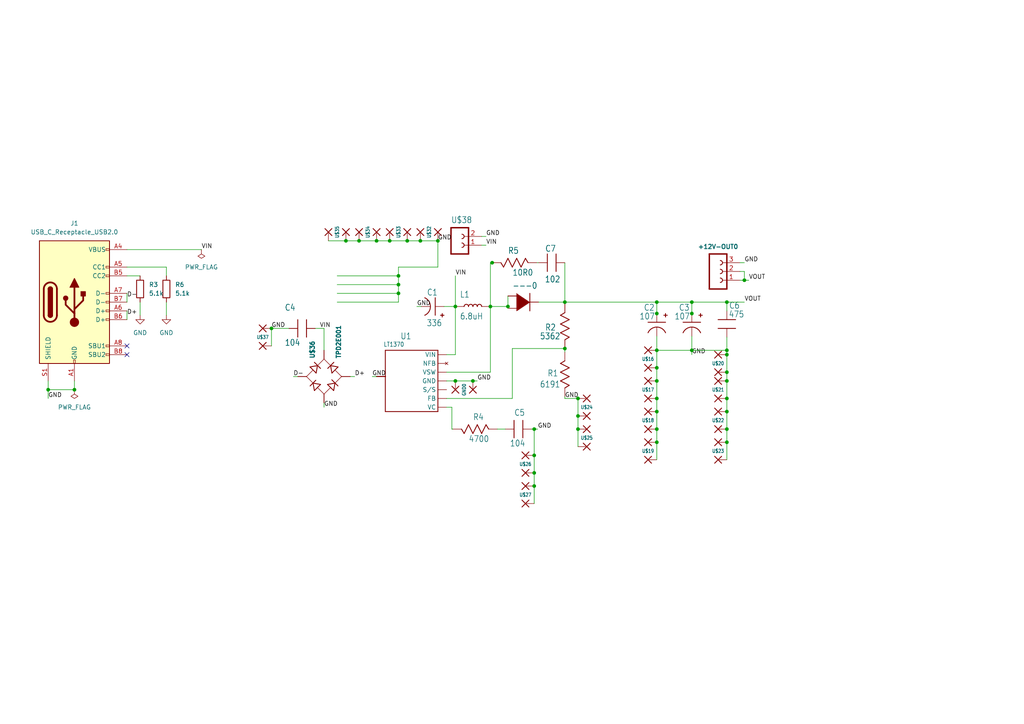
<source format=kicad_sch>
(kicad_sch (version 20211123) (generator eeschema)
  (paper "A4")
  (lib_symbols
    (symbol "AMP_Ruler-LT1370_24feb2017-eagle-import:C2917"
      (property "Value" "C2917" (at -2.54 -7.62 0))
      (symbol "C2917_1_0"
        (polyline (pts (xy -2.794 2.54) (xy -2.032 2.54)) (stroke (width 0.254)))
        (polyline (pts (xy -2.54 2.032) (xy -2.54 2.54)) (stroke (width 0.254)))
        (polyline (pts (xy -2.54 2.54) (xy -3.048 2.54)) (stroke (width 0.254)))
        (polyline (pts (xy -2.54 2.54) (xy -2.54 3.048)) (stroke (width 0.254)))
        (polyline (pts (xy -2.54 2.54) (xy -2.286 2.54)) (stroke (width 0.254)))
        (polyline (pts (xy -0.508 2.54) (xy -0.508 -2.54)) (stroke (width 0.254)))
        (arc (start 2.54 2.54) (mid 0.8893 0) (end 2.54 -2.54) (stroke (width 0.254)))
        (pin bidirectional line (at -3.048 0 0) (length 2.54) (name "P$1") (number "P$1"))
        (pin bidirectional line (at 3.556 0 180) (length 2.54) (name "P$2") (number "P$2"))
      )
    )
    (symbol "AMP_Ruler-LT1370_24feb2017-eagle-import:CAP-1206"
      (property "Reference" "C" (at -5.08 5.08 0))
      (property "Value" "CAP-1206" (at -5.08 -5.08 0))
      (symbol "CAP-1206_1_0"
        (polyline (pts (xy -1.27 2.54) (xy -1.27 -2.54)) (stroke (width 0.254)))
        (polyline (pts (xy 1.27 2.54) (xy 1.27 -2.54)) (stroke (width 0.254)))
        (pin bidirectional line (at -3.81 0 0) (length 2.54) (name "P$1") (number "P$1"))
        (pin bidirectional line (at 3.81 0 180) (length 2.54) (name "P$2") (number "P$2"))
      )
    )
    (symbol "AMP_Ruler-LT1370_24feb2017-eagle-import:DIODE-DPAK"
      (property "Reference" "D" (at -5.08 5.08 0))
      (property "Value" "DIODE-DPAK" (at -5.08 -7.62 0))
      (symbol "DIODE-DPAK_1_0"
        (polyline (pts (xy 3.81 2.54) (xy 3.81 -2.54)) (stroke (width 0.254)))
        (polyline (pts (xy 0 2.54) (xy 0 -2.54) (xy 3.81 0)) (fill (type outline)))
        (pin bidirectional line (at -2.54 1.778 0) (length 2.54) (name "P$1") (number "P$1"))
        (pin bidirectional line (at -2.54 -1.778 0) (length 2.54) (name "P$3") (number "P$3"))
        (pin bidirectional line (at 6.35 0 180) (length 2.54) (name "P$4") (number "P$4"))
      )
    )
    (symbol "AMP_Ruler-LT1370_24feb2017-eagle-import:DOUBLE_RF_VIA"
      (symbol "DOUBLE_RF_VIA_1_0"
        (polyline (pts (xy -1.016 -1.524) (xy 1 -3.54)) (stroke (width 0.254)))
        (polyline (pts (xy -1.016 1.524) (xy 1.016 3.556)) (stroke (width 0.254)))
        (polyline (pts (xy -1.016 3.556) (xy 1.016 1.524)) (stroke (width 0.254)))
        (polyline (pts (xy -1 -3.54) (xy 1.016 -1.524)) (stroke (width 0.254)))
        (pin passive line (at 2.54 -2.54 180) (length 2.54) (name "P") (number "1"))
        (pin passive line (at 2.54 2.54 180) (length 2.54) (name "P1") (number "2"))
      )
    )
    (symbol "AMP_Ruler-LT1370_24feb2017-eagle-import:FE02-TB"
      (symbol "FE02-TB_1_0"
        (polyline (pts (xy -1.27 2.54) (xy -1.27 -5.08)) (stroke (width 0.4064)))
        (polyline (pts (xy -1.27 2.54) (xy 3.81 2.54)) (stroke (width 0.4064)))
        (polyline (pts (xy 3.81 -5.08) (xy -1.27 -5.08)) (stroke (width 0.4064)))
        (polyline (pts (xy 3.81 -5.08) (xy 3.81 2.54)) (stroke (width 0.4064)))
        (arc (start 1.905 -3.175) (mid 2.54 -2.54) (end 1.905 -1.905) (stroke (width 0.254)))
        (arc (start 1.905 -0.635) (mid 2.54 0) (end 1.905 0.635) (stroke (width 0.254)))
        (pin passive line (at 7.62 -2.54 180) (length 5.08) (name "1") (number "1"))
        (pin passive line (at 7.62 0 180) (length 5.08) (name "2") (number "2"))
      )
    )
    (symbol "AMP_Ruler-LT1370_24feb2017-eagle-import:FE03-1-TB"
      (symbol "FE03-1-TB_1_0"
        (arc (start -0.635 -3.175) (mid 0 -2.54) (end -0.635 -1.905) (stroke (width 0.254)))
        (arc (start -0.635 -0.635) (mid 0 0) (end -0.635 0.635) (stroke (width 0.254)))
        (arc (start -0.635 1.905) (mid 0 2.54) (end -0.635 3.175) (stroke (width 0.254)))
        (polyline (pts (xy -3.81 5.08) (xy -3.81 -5.08)) (stroke (width 0.4064)))
        (polyline (pts (xy -3.81 5.08) (xy 1.27 5.08)) (stroke (width 0.4064)))
        (polyline (pts (xy 1.27 -5.08) (xy -3.81 -5.08)) (stroke (width 0.4064)))
        (polyline (pts (xy 1.27 -5.08) (xy 1.27 5.08)) (stroke (width 0.4064)))
        (pin passive line (at 5.08 -2.54 180) (length 5.08) (name "1") (number "1"))
        (pin passive line (at 5.08 0 180) (length 5.08) (name "2") (number "2"))
        (pin passive line (at 5.08 2.54 180) (length 5.08) (name "3") (number "3"))
      )
    )
    (symbol "AMP_Ruler-LT1370_24feb2017-eagle-import:L-SRR1240"
      (property "Reference" "L" (at -3.81 2.54 0))
      (property "Value" "L-SRR1240" (at -3.81 -3.81 0))
      (symbol "L-SRR1240_1_0"
        (arc (start -1.27 0) (mid -1.905 0.635) (end -2.54 0) (stroke (width 0.254)))
        (arc (start 0 0) (mid -0.635 0.635) (end -1.27 0) (stroke (width 0.254)))
        (arc (start 1.27 0) (mid 0.635 0.635) (end 0 0) (stroke (width 0.254)))
        (arc (start 2.54 0) (mid 1.905 0.635) (end 1.27 0) (stroke (width 0.254)))
        (pin bidirectional line (at -5.08 0 0) (length 2.54) (name "P$1") (number "1"))
        (pin bidirectional line (at 5.08 0 180) (length 2.54) (name "P$2") (number "2"))
      )
    )
    (symbol "AMP_Ruler-LT1370_24feb2017-eagle-import:LT1370"
      (property "Reference" "U" (at 0 12.7 0))
      (property "Value" "LT1370" (at -8.128 8.636 0))
      (symbol "LT1370_1_0"
        (polyline (pts (xy -7.62 -10.16) (xy 7.62 -10.16)) (stroke (width 0.254)))
        (polyline (pts (xy -7.62 7.62) (xy -7.62 -10.16)) (stroke (width 0.254)))
        (polyline (pts (xy 7.62 -10.16) (xy 7.62 7.62)) (stroke (width 0.254)))
        (polyline (pts (xy 7.62 7.62) (xy -7.62 7.62)) (stroke (width 0.254)))
        (pin bidirectional line (at 10.16 -8.89 180) (length 2.54) (name "VC") (number "P$1"))
        (pin power_in line (at -10.16 0 0) (length 2.54) (name "GNDT") (number "P$10"))
        (pin power_in line (at -10.16 0 0) (length 2.54) (name "GNDT") (number "P$11"))
        (pin power_in line (at -10.16 0 0) (length 2.54) (name "GNDT") (number "P$12"))
        (pin power_in line (at -10.16 0 0) (length 2.54) (name "GNDT") (number "P$13"))
        (pin power_in line (at -10.16 0 0) (length 2.54) (name "GNDT") (number "P$14"))
        (pin power_in line (at -10.16 0 0) (length 2.54) (name "GNDT") (number "P$15"))
        (pin power_in line (at -10.16 0 0) (length 2.54) (name "GNDT") (number "P$16"))
        (pin power_in line (at -10.16 0 0) (length 2.54) (name "GNDT") (number "P$17"))
        (pin power_in line (at -10.16 0 0) (length 2.54) (name "GNDT") (number "P$18"))
        (pin power_in line (at -10.16 0 0) (length 2.54) (name "GNDT") (number "P$19"))
        (pin bidirectional line (at 10.16 -6.35 180) (length 2.54) (name "FB") (number "P$2"))
        (pin power_in line (at -10.16 0 0) (length 2.54) (name "GNDT") (number "P$20"))
        (pin power_in line (at -10.16 0 0) (length 2.54) (name "GNDT") (number "P$21"))
        (pin power_in line (at -10.16 0 0) (length 2.54) (name "GNDT") (number "P$22"))
        (pin power_in line (at -10.16 0 0) (length 2.54) (name "GNDT") (number "P$23"))
        (pin power_in line (at -10.16 0 0) (length 2.54) (name "GNDT") (number "P$24"))
        (pin power_in line (at -10.16 0 0) (length 2.54) (name "GNDT") (number "P$25"))
        (pin power_in line (at -10.16 0 0) (length 2.54) (name "GNDT") (number "P$26"))
        (pin power_in line (at -10.16 0 0) (length 2.54) (name "GNDT") (number "P$27"))
        (pin power_in line (at -10.16 0 0) (length 2.54) (name "GNDT") (number "P$28"))
        (pin power_in line (at -10.16 0 0) (length 2.54) (name "GNDT") (number "P$29"))
        (pin bidirectional line (at 10.16 -3.81 180) (length 2.54) (name "S/S") (number "P$3"))
        (pin power_in line (at -10.16 0 0) (length 2.54) (name "GNDT") (number "P$30"))
        (pin power_in line (at -10.16 0 0) (length 2.54) (name "GNDT") (number "P$31"))
        (pin power_in line (at -10.16 0 0) (length 2.54) (name "GNDT") (number "P$32"))
        (pin power_in line (at -10.16 0 0) (length 2.54) (name "GNDT") (number "P$33"))
        (pin power_in line (at -10.16 0 0) (length 2.54) (name "GNDT") (number "P$34"))
        (pin power_in line (at -10.16 0 0) (length 2.54) (name "GNDT") (number "P$35"))
        (pin power_in line (at -10.16 0 0) (length 2.54) (name "GNDT") (number "P$36"))
        (pin power_in line (at -10.16 0 0) (length 2.54) (name "GNDT") (number "P$37"))
        (pin power_in line (at -10.16 0 0) (length 2.54) (name "GNDT") (number "P$38"))
        (pin power_in line (at -10.16 0 0) (length 2.54) (name "GNDT") (number "P$39"))
        (pin power_in line (at 10.16 -1.27 180) (length 2.54) (name "GND") (number "P$4"))
        (pin power_in line (at -10.16 0 0) (length 2.54) (name "GNDT") (number "P$40"))
        (pin power_in line (at -10.16 0 0) (length 2.54) (name "GNDT") (number "P$41"))
        (pin power_in line (at -10.16 0 0) (length 2.54) (name "GNDT") (number "P$42"))
        (pin power_in line (at -10.16 0 0) (length 2.54) (name "GNDT") (number "P$43"))
        (pin power_in line (at -10.16 0 0) (length 2.54) (name "GNDT") (number "P$44"))
        (pin power_in line (at -10.16 0 0) (length 2.54) (name "GNDT") (number "P$45"))
        (pin power_in line (at -10.16 0 0) (length 2.54) (name "GNDT") (number "P$46"))
        (pin power_in line (at -10.16 0 0) (length 2.54) (name "GNDT") (number "P$47"))
        (pin power_in line (at -10.16 0 0) (length 2.54) (name "GNDT") (number "P$48"))
        (pin power_in line (at -10.16 0 0) (length 2.54) (name "GNDT") (number "P$49"))
        (pin bidirectional line (at 10.16 1.27 180) (length 2.54) (name "VSW") (number "P$5"))
        (pin power_in line (at -10.16 0 0) (length 2.54) (name "GNDT") (number "P$50"))
        (pin power_in line (at -10.16 0 0) (length 2.54) (name "GNDT") (number "P$51"))
        (pin power_in line (at -10.16 0 0) (length 2.54) (name "GNDT") (number "P$52"))
        (pin power_in line (at -10.16 0 0) (length 2.54) (name "GNDT") (number "P$53"))
        (pin power_in line (at -10.16 0 0) (length 2.54) (name "GNDT") (number "P$54"))
        (pin power_in line (at -10.16 0 0) (length 2.54) (name "GNDT") (number "P$55"))
        (pin power_in line (at -10.16 0 0) (length 2.54) (name "GNDT") (number "P$56"))
        (pin power_in line (at -10.16 0 0) (length 2.54) (name "GNDT") (number "P$57"))
        (pin power_in line (at -10.16 0 0) (length 2.54) (name "GNDT") (number "P$58"))
        (pin power_in line (at -10.16 0 0) (length 2.54) (name "GNDT") (number "P$59"))
        (pin no_connect line (at 10.16 3.81 180) (length 2.54) (name "NFB") (number "P$6"))
        (pin power_in line (at -10.16 0 0) (length 2.54) (name "GNDT") (number "P$60"))
        (pin power_in line (at -10.16 0 0) (length 2.54) (name "GNDT") (number "P$61"))
        (pin power_in line (at -10.16 0 0) (length 2.54) (name "GNDT") (number "P$62"))
        (pin power_in line (at -10.16 0 0) (length 2.54) (name "GNDT") (number "P$63"))
        (pin power_in line (at -10.16 0 0) (length 2.54) (name "GNDT") (number "P$64"))
        (pin power_in line (at -10.16 0 0) (length 2.54) (name "GNDT") (number "P$65"))
        (pin power_in line (at -10.16 0 0) (length 2.54) (name "GNDT") (number "P$66"))
        (pin power_in line (at -10.16 0 0) (length 2.54) (name "GNDT") (number "P$67"))
        (pin power_in line (at -10.16 0 0) (length 2.54) (name "GNDT") (number "P$68"))
        (pin power_in line (at -10.16 0 0) (length 2.54) (name "GNDT") (number "P$69"))
        (pin power_in line (at 10.16 6.35 180) (length 2.54) (name "VIN") (number "P$7"))
        (pin power_in line (at -10.16 0 0) (length 2.54) (name "GNDT") (number "P$70"))
        (pin power_in line (at -10.16 0 0) (length 2.54) (name "GNDT") (number "P$71"))
        (pin power_in line (at -10.16 0 0) (length 2.54) (name "GNDT") (number "P$72"))
        (pin power_in line (at -10.16 0 0) (length 2.54) (name "GNDT") (number "P$73"))
        (pin power_in line (at -10.16 0 0) (length 2.54) (name "GNDT") (number "P$75"))
        (pin power_in line (at -10.16 0 0) (length 2.54) (name "GNDT") (number "P$76"))
        (pin power_in line (at -10.16 0 0) (length 2.54) (name "GNDT") (number "P$77"))
        (pin power_in line (at -10.16 0 0) (length 2.54) (name "GNDT") (number "P$78"))
        (pin power_in line (at -10.16 0 0) (length 2.54) (name "GNDT") (number "P$79"))
        (pin power_in line (at -10.16 0 0) (length 2.54) (name "GNDT") (number "P$8"))
        (pin power_in line (at -10.16 0 0) (length 2.54) (name "GNDT") (number "P$80"))
        (pin power_in line (at -10.16 0 0) (length 2.54) (name "GNDT") (number "P$9"))
      )
    )
    (symbol "AMP_Ruler-LT1370_24feb2017-eagle-import:RES-1206"
      (property "Reference" "R" (at -5.08 2.54 0))
      (property "Value" "RES-1206" (at -5.08 -5.08 0))
      (symbol "RES-1206_1_0"
        (polyline (pts (xy -2.54 -1.27) (xy -3.302 0)) (stroke (width 0.254)))
        (polyline (pts (xy -1.27 1.27) (xy -2.54 -1.27)) (stroke (width 0.254)))
        (polyline (pts (xy -1.27 1.27) (xy 0 -1.27)) (stroke (width 0.254)))
        (polyline (pts (xy 0 -1.27) (xy 1.27 1.27)) (stroke (width 0.254)))
        (polyline (pts (xy 1.27 1.27) (xy 2.54 -1.27)) (stroke (width 0.254)))
        (polyline (pts (xy 2.54 -1.27) (xy 3.81 1.27)) (stroke (width 0.254)))
        (polyline (pts (xy 3.81 1.27) (xy 4.572 0)) (stroke (width 0.254)))
        (pin bidirectional line (at -5.842 0 0) (length 2.54) (name "P$1") (number "1"))
        (pin bidirectional line (at 7.112 0 180) (length 2.54) (name "P$2") (number "2"))
      )
    )
    (symbol "AMP_Ruler-LT1370_24feb2017-eagle-import:TPD2E001"
      (property "Value" "TPD2E001" (at 5.08 -5.08 0))
      (symbol "TPD2E001_1_0"
        (polyline (pts (xy -5.08 0) (xy -3.2766 1.8034)) (stroke (width 0.1524)))
        (polyline (pts (xy -4.064 -2.794) (xy -2.286 -1.016)) (stroke (width 0.254)))
        (polyline (pts (xy -4.064 2.794) (xy -2.286 1.016)) (stroke (width 0.254)))
        (polyline (pts (xy -3.2766 -1.8034) (xy -5.08 0)) (stroke (width 0.1524)))
        (polyline (pts (xy -2.7178 -4.0386) (xy -0.9398 -2.2606)) (stroke (width 0.254)))
        (polyline (pts (xy -2.7178 4.0386) (xy -1.0668 2.3876)) (stroke (width 0.254)))
        (polyline (pts (xy -1.905 -3.175) (xy -4.064 -2.794)) (stroke (width 0.254)))
        (polyline (pts (xy -1.905 -3.175) (xy -2.286 -1.016)) (stroke (width 0.254)))
        (polyline (pts (xy -1.905 3.175) (xy -4.064 2.794)) (stroke (width 0.254)))
        (polyline (pts (xy -1.905 3.175) (xy -2.286 1.016)) (stroke (width 0.254)))
        (polyline (pts (xy -1.905 3.175) (xy 0 5.08)) (stroke (width 0.1524)))
        (polyline (pts (xy 0 -5.08) (xy -1.905 -3.175)) (stroke (width 0.1524)))
        (polyline (pts (xy 0 -5.08) (xy 1.8034 -3.2766)) (stroke (width 0.1524)))
        (polyline (pts (xy 0 5.08) (xy 1.8034 3.2766)) (stroke (width 0.1524)))
        (polyline (pts (xy 1.016 -2.286) (xy 2.794 -4.064)) (stroke (width 0.254)))
        (polyline (pts (xy 1.016 2.286) (xy 2.794 4.064)) (stroke (width 0.254)))
        (polyline (pts (xy 2.3622 -1.0668) (xy 4.1402 -2.8448)) (stroke (width 0.254)))
        (polyline (pts (xy 2.3622 1.016) (xy 4.1402 2.794)) (stroke (width 0.254)))
        (polyline (pts (xy 3.175 -1.905) (xy 1.016 -2.286)) (stroke (width 0.254)))
        (polyline (pts (xy 3.175 -1.905) (xy 2.794 -4.064)) (stroke (width 0.254)))
        (polyline (pts (xy 3.175 1.905) (xy 1.016 2.286)) (stroke (width 0.254)))
        (polyline (pts (xy 3.175 1.905) (xy 2.794 4.064)) (stroke (width 0.254)))
        (polyline (pts (xy 3.175 1.905) (xy 5.08 0)) (stroke (width 0.1524)))
        (polyline (pts (xy 5.08 0) (xy 3.175 -1.905)) (stroke (width 0.1524)))
        (pin passive line (at -7.62 0 0) (length 2.54) (name "-") (number "1"))
        (pin passive line (at 0 7.62 270) (length 2.54) (name "AC1") (number "2"))
        (pin passive line (at 0 -7.62 90) (length 2.54) (name "AC2") (number "3"))
        (pin passive line (at 7.62 0 180) (length 2.54) (name "+") (number "4"))
      )
    )
    (symbol "Connector:USB_C_Receptacle_USB2.0" (pin_names (offset 1.016))
      (property "Reference" "J" (at -10.16 19.05 0))
      (property "Value" "USB_C_Receptacle_USB2.0" (at 19.05 19.05 0))
      (symbol "USB_C_Receptacle_USB2.0_0_0"
        (rectangle (start -0.254 -17.78) (end 0.254 -16.764))
        (rectangle (start 10.16 -14.986) (end 9.144 -15.494))
        (rectangle (start 10.16 -12.446) (end 9.144 -12.954))
        (rectangle (start 10.16 -4.826) (end 9.144 -5.334))
        (rectangle (start 10.16 -2.286) (end 9.144 -2.794))
        (rectangle (start 10.16 0.254) (end 9.144 -0.254))
        (rectangle (start 10.16 2.794) (end 9.144 2.286))
        (rectangle (start 10.16 7.874) (end 9.144 7.366))
        (rectangle (start 10.16 10.414) (end 9.144 9.906))
        (rectangle (start 10.16 15.494) (end 9.144 14.986))
      )
      (symbol "USB_C_Receptacle_USB2.0_0_1"
        (rectangle (start -10.16 17.78) (end 10.16 -17.78) (stroke (width 0.254)) (fill (type background)))
        (arc (start -8.89 -3.81) (mid -6.985 -5.715) (end -5.08 -3.81) (stroke (width 0.508)))
        (arc (start -7.62 -3.81) (mid -6.985 -4.445) (end -6.35 -3.81) (stroke (width 0.254)))
        (arc (start -7.62 -3.81) (mid -6.985 -4.445) (end -6.35 -3.81) (stroke (width 0.254)) (fill (type outline)))
        (rectangle (start -7.62 -3.81) (end -6.35 3.81) (stroke (width 0.254)) (fill (type outline)))
        (arc (start -6.35 3.81) (mid -6.985 4.445) (end -7.62 3.81) (stroke (width 0.254)))
        (arc (start -6.35 3.81) (mid -6.985 4.445) (end -7.62 3.81) (stroke (width 0.254)) (fill (type outline)))
        (arc (start -5.08 3.81) (mid -6.985 5.715) (end -8.89 3.81) (stroke (width 0.508)))
        (circle (center -2.54 1.143) (radius 0.635) (stroke (width 0.254)) (fill (type outline)))
        (circle (center 0 -5.842) (radius 1.27) (fill (type outline)))
        (polyline (pts (xy -8.89 -3.81) (xy -8.89 3.81)) (stroke (width 0.508)))
        (polyline (pts (xy -5.08 3.81) (xy -5.08 -3.81)) (stroke (width 0.508)))
        (polyline (pts (xy 0 -5.842) (xy 0 4.318)) (stroke (width 0.508)))
        (polyline (pts (xy 0 -3.302) (xy -2.54 -0.762) (xy -2.54 0.508)) (stroke (width 0.508)))
        (polyline (pts (xy 0 -2.032) (xy 2.54 0.508) (xy 2.54 1.778)) (stroke (width 0.508)))
        (polyline (pts (xy -1.27 4.318) (xy 0 6.858) (xy 1.27 4.318) (xy -1.27 4.318)) (stroke (width 0.254)) (fill (type outline)))
        (rectangle (start 1.905 1.778) (end 3.175 3.048) (stroke (width 0.254)) (fill (type outline)))
      )
      (symbol "USB_C_Receptacle_USB2.0_1_1"
        (pin passive line (at 0 -22.86 90) (length 5.08) (name "GND") (number "A1"))
        (pin passive line (at 0 -22.86 90) (length 5.08) hide (name "GND") (number "A12"))
        (pin passive line (at 15.24 15.24 180) (length 5.08) (name "VBUS") (number "A4"))
        (pin bidirectional line (at 15.24 10.16 180) (length 5.08) (name "CC1") (number "A5"))
        (pin bidirectional line (at 15.24 -2.54 180) (length 5.08) (name "D+") (number "A6"))
        (pin bidirectional line (at 15.24 2.54 180) (length 5.08) (name "D-") (number "A7"))
        (pin bidirectional line (at 15.24 -12.7 180) (length 5.08) (name "SBU1") (number "A8"))
        (pin passive line (at 15.24 15.24 180) (length 5.08) hide (name "VBUS") (number "A9"))
        (pin passive line (at 0 -22.86 90) (length 5.08) hide (name "GND") (number "B1"))
        (pin passive line (at 0 -22.86 90) (length 5.08) hide (name "GND") (number "B12"))
        (pin passive line (at 15.24 15.24 180) (length 5.08) hide (name "VBUS") (number "B4"))
        (pin bidirectional line (at 15.24 7.62 180) (length 5.08) (name "CC2") (number "B5"))
        (pin bidirectional line (at 15.24 -5.08 180) (length 5.08) (name "D+") (number "B6"))
        (pin bidirectional line (at 15.24 0 180) (length 5.08) (name "D-") (number "B7"))
        (pin bidirectional line (at 15.24 -15.24 180) (length 5.08) (name "SBU2") (number "B8"))
        (pin passive line (at 15.24 15.24 180) (length 5.08) hide (name "VBUS") (number "B9"))
        (pin passive line (at -7.62 -22.86 90) (length 5.08) (name "SHIELD") (number "S1"))
      )
    )
    (symbol "Device:R" (pin_numbers hide) (pin_names (offset 0))
      (property "Reference" "R" (at 2.032 0 90))
      (property "Value" "R" (at 0 0 90))
      (symbol "R_0_1"
        (rectangle (start -1.016 -2.54) (end 1.016 2.54) (stroke (width 0.254)))
      )
      (symbol "R_1_1"
        (pin passive line (at 0 3.81 270) (length 1.27) (name "~") (number "1"))
        (pin passive line (at 0 -3.81 90) (length 1.27) (name "~") (number "2"))
      )
    )
    (symbol "power:GND" (power) (pin_names (offset 0))
      (property "Value" "GND" (at 0 -3.81 0))
      (symbol "GND_0_1"
        (polyline (pts (xy 0 0) (xy 0 -1.27) (xy 1.27 -1.27) (xy 0 -2.54) (xy -1.27 -1.27) (xy 0 -1.27)))
      )
      (symbol "GND_1_1"
        (pin power_in line (at 0 0 270) (length 0) hide (name "GND") (number "1"))
      )
    )
    (symbol "power:PWR_FLAG" (power) (pin_numbers hide) (pin_names (offset 0) hide)
      (property "Value" "PWR_FLAG" (at 0 3.81 0))
      (symbol "PWR_FLAG_0_0"
        (pin power_out line (at 0 0 90) (length 0) (name "pwr") (number "1"))
      )
      (symbol "PWR_FLAG_0_1"
        (polyline (pts (xy 0 0) (xy 0 1.27) (xy -1.016 1.905) (xy 0 2.54) (xy 1.016 1.905) (xy 0 1.27)))
      )
    )
  )
  (junction (at 142.748 76.2))
  (junction (at 13.97 113.03))
  (junction (at 210.82 101.6))
  (junction (at 115.57 80.01))
  (junction (at 115.57 82.55))
  (junction (at 154.94 132.08))
  (junction (at 154.94 124.46))
  (junction (at 163.83 101.092))
  (junction (at 190.5 110.49))
  (junction (at 118.11 69.85))
  (junction (at 167.64 115.57))
  (junction (at 190.5 101.6))
  (junction (at 163.83 87.63))
  (junction (at 167.64 120.65))
  (junction (at 154.94 140.97))
  (junction (at 104.14 69.85))
  (junction (at 137.16 110.49))
  (junction (at 190.5 128.27))
  (junction (at 142.24 88.9))
  (junction (at 154.94 137.16))
  (junction (at 215.9 81.28))
  (junction (at 21.59 113.03))
  (junction (at 190.5 87.63))
  (junction (at 200.66 101.6))
  (junction (at 190.5 124.46))
  (junction (at 210.82 107.95))
  (junction (at 113.03 69.85))
  (junction (at 200.66 87.63))
  (junction (at 147.32 88.9))
  (junction (at 100.33 69.85))
  (junction (at 132.08 88.9))
  (junction (at 210.82 119.38))
  (junction (at 210.82 115.57))
  (junction (at 78.74 95.25))
  (junction (at 190.5 90.932))
  (junction (at 210.82 128.27))
  (junction (at 210.82 87.63))
  (junction (at 121.92 69.85))
  (junction (at 127 69.85))
  (junction (at 190.5 115.57))
  (junction (at 210.82 124.46))
  (junction (at 200.66 90.932))
  (junction (at 115.57 85.09))
  (junction (at 210.82 102.87))
  (junction (at 109.22 69.85))
  (junction (at 190.5 119.38))
  (junction (at 132.08 110.49))
  (junction (at 190.5 106.68))
  (junction (at 167.64 124.46))
  (junction (at 210.82 110.49))
  (no_connect (at 36.83 102.87))
  (no_connect (at 36.83 100.33))
  (wire (pts (xy 214.63 78.74) (xy 215.9 78.74)))
  (wire (pts (xy 13.97 113.03) (xy 13.97 115.57)))
  (wire (pts (xy 144.272 124.46) (xy 146.558 124.46)))
  (wire (pts (xy 131.064 118.11) (xy 131.064 124.46)))
  (wire (pts (xy 142.24 88.9) (xy 142.24 76.2)))
  (wire (pts (xy 36.83 90.17) (xy 36.83 92.71)))
  (wire (pts (xy 148.59 115.57) (xy 129.54 115.57)))
  (wire (pts (xy 200.66 87.63) (xy 210.82 87.63)))
  (wire (pts (xy 147.32 88.9) (xy 147.32 85.852)))
  (wire (pts (xy 118.11 69.85) (xy 113.03 69.85)))
  (wire (pts (xy 139.7 71.12) (xy 140.97 71.12)))
  (wire (pts (xy 156.21 87.63) (xy 163.83 87.63)))
  (wire (pts (xy 167.64 124.46) (xy 167.64 129.54)))
  (wire (pts (xy 215.9 81.28) (xy 217.17 81.28)))
  (wire (pts (xy 86.36 109.22) (xy 85.09 109.22)))
  (wire (pts (xy 109.22 109.22) (xy 107.95 109.22)))
  (wire (pts (xy 142.24 107.95) (xy 142.24 88.9)))
  (wire (pts (xy 78.74 95.25) (xy 83.82 95.25)))
  (wire (pts (xy 167.64 120.65) (xy 167.64 124.46)))
  (wire (pts (xy 115.57 82.55) (xy 115.57 80.01)))
  (wire (pts (xy 48.26 91.44) (xy 48.26 87.63)))
  (wire (pts (xy 210.82 102.87) (xy 210.82 107.95)))
  (wire (pts (xy 200.66 101.6) (xy 200.66 102.87)))
  (wire (pts (xy 210.82 107.95) (xy 210.82 110.49)))
  (wire (pts (xy 132.08 110.49) (xy 137.16 110.49)))
  (wire (pts (xy 131.064 118.11) (xy 129.54 118.11)))
  (wire (pts (xy 93.98 95.25) (xy 93.98 101.6)))
  (wire (pts (xy 147.32 88.9) (xy 147.32 89.408)))
  (wire (pts (xy 210.82 101.6) (xy 210.82 102.87)))
  (wire (pts (xy 210.82 87.63) (xy 210.82 90.17)))
  (wire (pts (xy 154.94 146.05) (xy 154.94 140.97)))
  (wire (pts (xy 190.5 101.6) (xy 200.66 101.6)))
  (wire (pts (xy 127 69.85) (xy 121.92 69.85)))
  (wire (pts (xy 129.54 107.95) (xy 142.24 107.95)))
  (wire (pts (xy 190.5 87.63) (xy 200.66 87.63)))
  (wire (pts (xy 13.97 113.03) (xy 21.59 113.03)))
  (wire (pts (xy 115.57 85.09) (xy 115.57 82.55)))
  (wire (pts (xy 40.64 87.63) (xy 40.64 91.44)))
  (wire (pts (xy 190.5 119.38) (xy 190.5 124.46)))
  (wire (pts (xy 97.79 87.63) (xy 115.57 87.63)))
  (wire (pts (xy 91.44 95.25) (xy 93.98 95.25)))
  (wire (pts (xy 154.178 124.46) (xy 154.94 124.46)))
  (wire (pts (xy 190.5 90.932) (xy 190.5 87.63)))
  (wire (pts (xy 200.66 97.536) (xy 200.66 101.6)))
  (wire (pts (xy 210.82 128.27) (xy 210.82 133.35)))
  (wire (pts (xy 21.59 110.49) (xy 21.59 113.03)))
  (wire (pts (xy 163.83 115.57) (xy 167.64 115.57)))
  (wire (pts (xy 190.5 115.57) (xy 190.5 119.38)))
  (wire (pts (xy 142.24 88.9) (xy 147.32 88.9)))
  (wire (pts (xy 190.5 128.27) (xy 190.5 133.35)))
  (wire (pts (xy 163.83 88.138) (xy 163.83 87.63)))
  (wire (pts (xy 210.82 115.57) (xy 210.82 119.38)))
  (wire (pts (xy 214.63 81.28) (xy 215.9 81.28)))
  (wire (pts (xy 139.7 68.58) (xy 140.97 68.58)))
  (wire (pts (xy 109.22 69.85) (xy 104.14 69.85)))
  (wire (pts (xy 163.83 87.63) (xy 190.5 87.63)))
  (wire (pts (xy 100.33 69.85) (xy 95.25 69.85)))
  (wire (pts (xy 132.08 88.9) (xy 132.08 80.01)))
  (wire (pts (xy 154.94 140.97) (xy 154.94 137.16)))
  (wire (pts (xy 97.79 85.09) (xy 115.57 85.09)))
  (wire (pts (xy 190.5 101.6) (xy 190.5 106.68)))
  (wire (pts (xy 156.21 76.2) (xy 155.702 76.2)))
  (wire (pts (xy 127 69.85) (xy 127 77.47)))
  (wire (pts (xy 142.748 76.2) (xy 143.51 76.2)))
  (wire (pts (xy 215.9 78.74) (xy 215.9 81.28)))
  (wire (pts (xy 36.83 77.47) (xy 48.26 77.47)))
  (wire (pts (xy 132.08 88.9) (xy 132.08 102.87)))
  (wire (pts (xy 163.83 101.092) (xy 163.83 102.108)))
  (wire (pts (xy 154.94 124.46) (xy 155.956 124.46)))
  (wire (pts (xy 154.94 132.08) (xy 154.94 124.46)))
  (wire (pts (xy 200.66 101.6) (xy 210.82 101.6)))
  (wire (pts (xy 148.59 101.092) (xy 163.83 101.092)))
  (wire (pts (xy 121.92 69.85) (xy 118.11 69.85)))
  (wire (pts (xy 148.59 101.092) (xy 148.59 115.57)))
  (wire (pts (xy 97.79 82.55) (xy 115.57 82.55)))
  (wire (pts (xy 113.03 69.85) (xy 109.22 69.85)))
  (wire (pts (xy 163.83 76.2) (xy 163.83 87.63)))
  (wire (pts (xy 132.08 102.87) (xy 129.54 102.87)))
  (wire (pts (xy 190.5 106.68) (xy 190.5 110.49)))
  (wire (pts (xy 93.98 116.84) (xy 93.98 118.11)))
  (wire (pts (xy 190.5 91.44) (xy 190.5 90.932)))
  (wire (pts (xy 200.66 91.44) (xy 200.66 90.932)))
  (wire (pts (xy 13.97 110.49) (xy 13.97 113.03)))
  (wire (pts (xy 210.82 97.79) (xy 210.82 101.6)))
  (wire (pts (xy 97.79 80.01) (xy 115.57 80.01)))
  (wire (pts (xy 36.83 80.01) (xy 40.64 80.01)))
  (wire (pts (xy 210.82 110.49) (xy 210.82 115.57)))
  (wire (pts (xy 101.6 109.22) (xy 102.87 109.22)))
  (wire (pts (xy 104.14 69.85) (xy 100.33 69.85)))
  (wire (pts (xy 132.08 88.9) (xy 128.778 88.9)))
  (wire (pts (xy 115.57 77.47) (xy 127 77.47)))
  (wire (pts (xy 48.26 77.47) (xy 48.26 80.01)))
  (wire (pts (xy 200.66 90.932) (xy 200.66 87.63)))
  (wire (pts (xy 190.5 110.49) (xy 190.5 115.57)))
  (wire (pts (xy 129.54 110.49) (xy 132.08 110.49)))
  (wire (pts (xy 210.82 124.46) (xy 210.82 128.27)))
  (wire (pts (xy 36.83 85.09) (xy 36.83 87.63)))
  (wire (pts (xy 36.83 72.39) (xy 58.42 72.39)))
  (wire (pts (xy 214.63 76.2) (xy 215.9 76.2)))
  (wire (pts (xy 131.064 124.46) (xy 131.318 124.46)))
  (wire (pts (xy 78.74 95.25) (xy 78.74 100.33)))
  (wire (pts (xy 115.57 87.63) (xy 115.57 85.09)))
  (wire (pts (xy 120.904 88.9) (xy 122.174 88.9)))
  (wire (pts (xy 137.16 110.49) (xy 138.43 110.49)))
  (wire (pts (xy 167.64 115.57) (xy 167.64 120.65)))
  (wire (pts (xy 190.5 97.536) (xy 190.5 101.6)))
  (wire (pts (xy 210.82 119.38) (xy 210.82 124.46)))
  (wire (pts (xy 190.5 124.46) (xy 190.5 128.27)))
  (wire (pts (xy 163.83 115.57) (xy 163.83 115.062)))
  (wire (pts (xy 142.24 76.2) (xy 142.748 76.2)))
  (wire (pts (xy 210.82 87.63) (xy 215.9 87.63)))
  (wire (pts (xy 154.94 137.16) (xy 154.94 132.08)))
  (wire (pts (xy 115.57 80.01) (xy 115.57 77.47)))
  (label "GND" (at 120.904 88.9 0) (effects (font (size 1.2446 1.2446))))
  (label "VOUT" (at 217.17 81.28 0) (effects (font (size 1.2446 1.2446))))
  (label "GND" (at 107.95 109.22 0) (effects (font (size 1.2446 1.2446))))
  (label "VIN" (at 132.08 80.01 0) (effects (font (size 1.2446 1.2446))))
  (label "GND" (at 200.66 102.87 0) (effects (font (size 1.2446 1.2446))))
  (label "VOUT" (at 215.9 87.63 0) (effects (font (size 1.2446 1.2446))))
  (label "GND" (at 78.74 95.25 0) (effects (font (size 1.2446 1.2446))))
  (label "GND" (at 140.97 68.58 0) (effects (font (size 1.2446 1.2446))))
  (label "GND" (at 93.98 118.11 0) (effects (font (size 1.2446 1.2446))))
  (label "GND" (at 127 69.85 0) (effects (font (size 1.2446 1.2446))))
  (label "D+" (at 36.83 91.44 0) (effects (font (size 1.2446 1.2446))))
  (label "GND" (at 215.9 76.2 0) (effects (font (size 1.2446 1.2446))))
  (label "VIN" (at 58.42 72.39 0) (effects (font (size 1.2446 1.2446))))
  (label "D-" (at 85.09 109.22 0) (effects (font (size 1.2446 1.2446))))
  (label "GND" (at 138.43 110.49 0) (effects (font (size 1.2446 1.2446))))
  (label "GND" (at 13.97 115.57 0) (effects (font (size 1.2446 1.2446))))
  (label "D+" (at 102.87 109.22 0) (effects (font (size 1.2446 1.2446))))
  (label "VIN" (at 140.97 71.12 0) (effects (font (size 1.2446 1.2446))))
  (label "GND" (at 155.956 124.46 0) (effects (font (size 1.2446 1.2446))))
  (label "D-" (at 36.83 86.36 0) (effects (font (size 1.2446 1.2446))))
  (label "GND" (at 163.83 115.57 0) (effects (font (size 1.2446 1.2446))))
  (label "VIN" (at 92.71 95.25 0) (effects (font (size 1.2446 1.2446))))
  (symbol (lib_id "AMP_Ruler-LT1370_24feb2017-eagle-import:DOUBLE_RF_VIA") (at 208.28 130.81 0) (unit 1)
    (property "Reference" "U$23" (at 208.28 130.81 0) (effects (font (size 1.016 0.8636) bold)))
    (property "Value" "DOUBLE_RF_VIA" (effects hide))
    (property "Footprint" "AMP_Ruler-LT1370_24feb2017:DOUBLE_RF_VIA" (effects hide))
  )
  (symbol (lib_id "AMP_Ruler-LT1370_24feb2017-eagle-import:DOUBLE_RF_VIA") (at 76.2 97.79 0) (unit 1)
    (property "Reference" "U$37" (at 76.2 97.79 0) (effects (font (size 1.016 0.8636) bold)))
    (property "Value" "DOUBLE_RF_VIA" (effects hide))
    (property "Footprint" "AMP_Ruler-LT1370_24feb2017:DOUBLE_RF_VIA" (effects hide))
  )
  (symbol (lib_id "AMP_Ruler-LT1370_24feb2017-eagle-import:DOUBLE_RF_VIA") (at 152.4 134.62 0) (unit 1)
    (property "Reference" "U$26" (at 152.4 134.62 0) (effects (font (size 1.016 0.8636) bold)))
    (property "Value" "DOUBLE_RF_VIA" (effects hide))
    (property "Footprint" "AMP_Ruler-LT1370_24feb2017:DOUBLE_RF_VIA" (effects hide))
  )
  (symbol (lib_id "AMP_Ruler-LT1370_24feb2017-eagle-import:DOUBLE_RF_VIA") (at 170.18 118.11 180) (unit 1)
    (property "Reference" "U$24" (at 170.18 118.11 0) (effects (font (size 1.016 0.8636) bold)))
    (property "Value" "DOUBLE_RF_VIA" (effects hide))
    (property "Footprint" "AMP_Ruler-LT1370_24feb2017:DOUBLE_RF_VIA" (effects hide))
  )
  (symbol (lib_id "AMP_Ruler-LT1370_24feb2017-eagle-import:RES-1206") (at 163.83 95.25 90) (unit 1)
    (property "Reference" "R2" (at 161.29 93.98 90) (effects (font (size 1.778 1.5113)) (justify left bottom)))
    (property "Value" "5362" (at 162.56 96.52 90) (effects (font (size 1.778 1.5113)) (justify left bottom)))
    (property "Footprint" "AMP_Ruler-LT1370_24feb2017:R1206" (effects hide))
  )
  (symbol (lib_id "AMP_Ruler-LT1370_24feb2017-eagle-import:RES-1206") (at 148.59 76.2 0) (unit 1)
    (property "Reference" "R5" (at 147.32 73.66 0) (effects (font (size 1.778 1.5113)) (justify left bottom)))
    (property "Value" "10R0" (at 148.59 80.01 0) (effects (font (size 1.778 1.5113)) (justify left bottom)))
    (property "Footprint" "AMP_Ruler-LT1370_24feb2017:R1206" (effects hide))
  )
  (symbol (lib_id "AMP_Ruler-LT1370_24feb2017-eagle-import:TPD2E001") (at 93.98 109.22 90) (unit 1)
    (property "Reference" "U$36" (at 91.44 104.14 0) (effects (font bold) (justify left bottom)))
    (property "Value" "TPD2E001" (at 99.06 104.14 0) (effects (font bold) (justify left bottom)))
    (property "Footprint" "AMP_Ruler-LT1370_24feb2017:SOT-143" (effects hide))
  )
  (symbol (lib_id "AMP_Ruler-LT1370_24feb2017-eagle-import:DOUBLE_RF_VIA") (at 208.28 113.03 0) (unit 1)
    (property "Reference" "U$21" (at 208.28 113.03 0) (effects (font (size 1.016 0.8636) bold)))
    (property "Value" "DOUBLE_RF_VIA" (effects hide))
    (property "Footprint" "AMP_Ruler-LT1370_24feb2017:DOUBLE_RF_VIA" (effects hide))
  )
  (symbol (lib_id "Connector:USB_C_Receptacle_USB2.0") (at 21.59 87.63 0) (unit 1)
    (property "Reference" "J1" (at 21.59 64.77 0))
    (property "Value" "USB_C_Receptacle_USB2.0" (at 21.59 67.31 0))
    (property "Footprint" "LIB_GCT-USB4125-GF-A-190:GCTUSB4125GFA190" (effects hide))
    (property "Datasheet" "https://www.usb.org/sites/default/files/documents/usb_type-c.zip" (effects hide))
  )
  (symbol (lib_id "AMP_Ruler-LT1370_24feb2017-eagle-import:CAP-1206") (at 87.63 95.25 0) (unit 1)
    (property "Reference" "C4" (at 82.55 90.17 0) (effects (font (size 1.778 1.5113)) (justify left bottom)))
    (property "Value" "104" (at 82.55 100.33 0) (effects (font (size 1.778 1.5113)) (justify left bottom)))
    (property "Footprint" "AMP_Ruler-LT1370_24feb2017:C-1206" (effects hide))
  )
  (symbol (lib_id "AMP_Ruler-LT1370_24feb2017-eagle-import:CAP-1206") (at 160.02 76.2 180) (unit 1)
    (property "Reference" "C7" (at 161.29 71.12 0) (effects (font (size 1.778 1.5113)) (justify left bottom)))
    (property "Value" "102" (at 162.56 80.01 0) (effects (font (size 1.778 1.5113)) (justify left bottom)))
    (property "Footprint" "AMP_Ruler-LT1370_24feb2017:C-1206" (effects hide))
  )
  (symbol (lib_id "AMP_Ruler-LT1370_24feb2017-eagle-import:CAP-1206") (at 150.368 124.46 0) (unit 1)
    (property "Reference" "C5" (at 149.098 120.65 0) (effects (font (size 1.778 1.5113)) (justify left bottom)))
    (property "Value" "104" (at 147.828 129.54 0) (effects (font (size 1.778 1.5113)) (justify left bottom)))
    (property "Footprint" "AMP_Ruler-LT1370_24feb2017:C-1206" (effects hide))
  )
  (symbol (lib_id "AMP_Ruler-LT1370_24feb2017-eagle-import:FE03-1-TB") (at 209.55 78.74 0) (unit 1)
    (property "Reference" "+12V-OUT0" (at 208.28 72.39 0) (effects (font bold) (justify bottom)))
    (property "Value" "FE03-1-TB" (effects hide))
    (property "Footprint" "AMP_Ruler-LT1370_24feb2017:FE03-1-TB" (effects hide))
  )
  (symbol (lib_id "AMP_Ruler-LT1370_24feb2017-eagle-import:DOUBLE_RF_VIA") (at 152.4 143.51 0) (unit 1)
    (property "Reference" "U$27" (at 152.4 143.51 0) (effects (font (size 1.016 0.8636) bold)))
    (property "Value" "DOUBLE_RF_VIA" (effects hide))
    (property "Footprint" "AMP_Ruler-LT1370_24feb2017:DOUBLE_RF_VIA" (effects hide))
  )
  (symbol (lib_id "AMP_Ruler-LT1370_24feb2017-eagle-import:DOUBLE_RF_VIA") (at 115.57 67.31 270) (unit 1)
    (property "Reference" "U$33" (at 115.57 67.31 0) (effects (font (size 1.016 0.8636) bold)))
    (property "Value" "DOUBLE_RF_VIA" (effects hide))
    (property "Footprint" "AMP_Ruler-LT1370_24feb2017:DOUBLE_RF_VIA" (effects hide))
  )
  (symbol (lib_id "AMP_Ruler-LT1370_24feb2017-eagle-import:DIODE-DPAK") (at 149.86 87.63 0) (unit 1)
    (property "Reference" "---0" (at 148.59 83.82 0) (effects (font (size 1.778 1.5113)) (justify left bottom)))
    (property "Value" "DIODE-DPAK" (effects hide))
    (property "Footprint" "AMP_Ruler-LT1370_24feb2017:DIODE-DPAK" (effects hide))
  )
  (symbol (lib_id "AMP_Ruler-LT1370_24feb2017-eagle-import:RES-1206") (at 163.83 109.22 90) (unit 1)
    (property "Reference" "R1" (at 158.75 109.22 90) (effects (font (size 1.778 1.5113)) (justify right top)))
    (property "Value" "6191" (at 162.56 110.49 90) (effects (font (size 1.778 1.5113)) (justify left bottom)))
    (property "Footprint" "AMP_Ruler-LT1370_24feb2017:R1206" (effects hide))
  )
  (symbol (lib_id "AMP_Ruler-LT1370_24feb2017-eagle-import:DOUBLE_RF_VIA") (at 187.96 130.81 0) (unit 1)
    (property "Reference" "U$19" (at 187.96 130.81 0) (effects (font (size 1.016 0.8636) bold)))
    (property "Value" "DOUBLE_RF_VIA" (effects hide))
    (property "Footprint" "AMP_Ruler-LT1370_24feb2017:DOUBLE_RF_VIA" (effects hide))
  )
  (symbol (lib_id "AMP_Ruler-LT1370_24feb2017-eagle-import:C2917") (at 125.73 88.9 180) (unit 1)
    (property "Reference" "C1" (at 127 83.82 0) (effects (font (size 1.778 1.5113)) (justify left bottom)))
    (property "Value" "336" (at 128.27 92.71 0) (effects (font (size 1.778 1.5113)) (justify left bottom)))
    (property "Footprint" "AMP_Ruler-LT1370_24feb2017:C-2917" (effects hide))
  )
  (symbol (lib_id "AMP_Ruler-LT1370_24feb2017-eagle-import:DOUBLE_RF_VIA") (at 124.46 67.31 270) (unit 1)
    (property "Reference" "U$32" (at 124.46 67.31 0) (effects (font (size 1.016 0.8636) bold)))
    (property "Value" "DOUBLE_RF_VIA" (effects hide))
    (property "Footprint" "AMP_Ruler-LT1370_24feb2017:DOUBLE_RF_VIA" (effects hide))
  )
  (symbol (lib_id "Device:R") (at 48.26 83.82 0) (unit 1)
    (property "Reference" "R6" (at 50.8 82.5499 0) (effects (justify left)))
    (property "Value" "5.1k" (at 50.8 85.0899 0) (effects (justify left)))
    (property "Footprint" "AMP_Ruler-LT1370_24feb2017:R1206" (effects hide))
  )
  (symbol (lib_id "AMP_Ruler-LT1370_24feb2017-eagle-import:DOUBLE_RF_VIA") (at 170.18 127 180) (unit 1)
    (property "Reference" "U$25" (at 170.18 127 0) (effects (font (size 1.016 0.8636) bold)))
    (property "Value" "DOUBLE_RF_VIA" (effects hide))
    (property "Footprint" "AMP_Ruler-LT1370_24feb2017:DOUBLE_RF_VIA" (effects hide))
  )
  (symbol (lib_id "AMP_Ruler-LT1370_24feb2017-eagle-import:C2917") (at 200.66 93.98 270) (unit 1)
    (property "Reference" "C3" (at 196.85 90.17 90) (effects (font (size 1.778 1.5113)) (justify left bottom)))
    (property "Value" "107" (at 195.58 92.71 90) (effects (font (size 1.778 1.5113)) (justify left bottom)))
    (property "Footprint" "AMP_Ruler-LT1370_24feb2017:C-2917" (effects hide))
  )
  (symbol (lib_id "AMP_Ruler-LT1370_24feb2017-eagle-import:DOUBLE_RF_VIA") (at 106.68 67.31 270) (unit 1)
    (property "Reference" "U$34" (at 106.68 67.31 0) (effects (font (size 1.016 0.8636) bold)))
    (property "Value" "DOUBLE_RF_VIA" (effects hide))
    (property "Footprint" "AMP_Ruler-LT1370_24feb2017:DOUBLE_RF_VIA" (effects hide))
  )
  (symbol (lib_id "AMP_Ruler-LT1370_24feb2017-eagle-import:LT1370") (at 119.38 109.22 0) (unit 1)
    (property "Reference" "U1" (at 119.38 96.52 0) (effects (font (size 1.778 1.5113)) (justify right top)))
    (property "Value" "LT1370" (at 111.252 100.584 0) (effects (font (size 1.27 1.0795)) (justify left bottom)))
    (property "Footprint" "AMP_Ruler-LT1370_24feb2017:LT1370" (effects hide))
  )
  (symbol (lib_id "power:PWR_FLAG") (at 21.59 113.03 180) (unit 1)
    (property "Reference" "#FLG0102" (effects hide))
    (property "Value" "PWR_FLAG" (at 21.59 118.11 0))
  )
  (symbol (lib_id "power:PWR_FLAG") (at 58.42 72.39 180) (unit 1)
    (property "Reference" "#FLG0101" (effects hide))
    (property "Value" "PWR_FLAG" (at 58.42 77.47 0))
  )
  (symbol (lib_id "AMP_Ruler-LT1370_24feb2017-eagle-import:DOUBLE_RF_VIA") (at 134.62 113.03 90) (unit 1)
    (property "Reference" "GND0" (at 134.62 113.03 0) (effects (font (size 1.016 0.8636) bold)))
    (property "Value" "DOUBLE_RF_VIA" (effects hide))
    (property "Footprint" "AMP_Ruler-LT1370_24feb2017:DOUBLE_RF_VIA" (effects hide))
  )
  (symbol (lib_id "power:GND") (at 48.26 91.44 0) (unit 1)
    (property "Reference" "#PWR0101" (effects hide))
    (property "Value" "GND" (at 48.26 96.52 0))
  )
  (symbol (lib_id "AMP_Ruler-LT1370_24feb2017-eagle-import:CAP-1206") (at 210.82 93.98 90) (unit 1)
    (property "Reference" "C6" (at 214.63 87.63 90) (effects (font (size 1.778 1.5113)) (justify left bottom)))
    (property "Value" "475" (at 215.9 90.17 90) (effects (font (size 1.778 1.5113)) (justify left bottom)))
    (property "Footprint" "AMP_Ruler-LT1370_24feb2017:C-1206" (effects hide))
  )
  (symbol (lib_id "AMP_Ruler-LT1370_24feb2017-eagle-import:RES-1206") (at 137.16 124.46 0) (unit 1)
    (property "Reference" "R4" (at 137.16 121.92 0) (effects (font (size 1.778 1.5113)) (justify left bottom)))
    (property "Value" "4700" (at 135.89 128.27 0) (effects (font (size 1.778 1.5113)) (justify left bottom)))
    (property "Footprint" "AMP_Ruler-LT1370_24feb2017:R1206" (effects hide))
  )
  (symbol (lib_id "AMP_Ruler-LT1370_24feb2017-eagle-import:DOUBLE_RF_VIA") (at 208.28 121.92 0) (unit 1)
    (property "Reference" "U$22" (at 208.28 121.92 0) (effects (font (size 1.016 0.8636) bold)))
    (property "Value" "DOUBLE_RF_VIA" (effects hide))
    (property "Footprint" "AMP_Ruler-LT1370_24feb2017:DOUBLE_RF_VIA" (effects hide))
  )
  (symbol (lib_id "AMP_Ruler-LT1370_24feb2017-eagle-import:DOUBLE_RF_VIA") (at 187.96 104.14 0) (unit 1)
    (property "Reference" "U$16" (at 187.96 104.14 0) (effects (font (size 1.016 0.8636) bold)))
    (property "Value" "DOUBLE_RF_VIA" (effects hide))
    (property "Footprint" "AMP_Ruler-LT1370_24feb2017:DOUBLE_RF_VIA" (effects hide))
  )
  (symbol (lib_id "Device:R") (at 40.64 83.82 0) (unit 1)
    (property "Reference" "R3" (at 43.18 82.5499 0) (effects (justify left)))
    (property "Value" "5.1k" (at 43.18 85.0899 0) (effects (justify left)))
    (property "Footprint" "AMP_Ruler-LT1370_24feb2017:R1206" (effects hide))
  )
  (symbol (lib_id "AMP_Ruler-LT1370_24feb2017-eagle-import:C2917") (at 190.5 93.98 270) (unit 1)
    (property "Reference" "C2" (at 186.69 90.17 90) (effects (font (size 1.778 1.5113)) (justify left bottom)))
    (property "Value" "107" (at 185.42 92.71 90) (effects (font (size 1.778 1.5113)) (justify left bottom)))
    (property "Footprint" "AMP_Ruler-LT1370_24feb2017:C-2917" (effects hide))
  )
  (symbol (lib_id "AMP_Ruler-LT1370_24feb2017-eagle-import:L-SRR1240") (at 137.16 88.9 0) (unit 1)
    (property "Reference" "L1" (at 133.35 86.36 0) (effects (font (size 1.778 1.5113)) (justify left bottom)))
    (property "Value" "6.8uH" (at 133.35 92.71 0) (effects (font (size 1.778 1.5113)) (justify left bottom)))
    (property "Footprint" "AMP_Ruler-LT1370_24feb2017:SRR1240" (effects hide))
  )
  (symbol (lib_id "AMP_Ruler-LT1370_24feb2017-eagle-import:DOUBLE_RF_VIA") (at 208.28 105.41 0) (unit 1)
    (property "Reference" "U$20" (at 208.28 105.41 0) (effects (font (size 1.016 0.8636) bold)))
    (property "Value" "DOUBLE_RF_VIA" (effects hide))
    (property "Footprint" "AMP_Ruler-LT1370_24feb2017:DOUBLE_RF_VIA" (effects hide))
  )
  (symbol (lib_id "AMP_Ruler-LT1370_24feb2017-eagle-import:FE02-TB") (at 132.08 68.58 0) (unit 1)
    (property "Reference" "U$38" (at 130.81 64.77 0) (effects (font (size 1.778 1.5113)) (justify left bottom)))
    (property "Value" "FE02-TB" (effects hide))
    (property "Footprint" "AMP_Ruler-LT1370_24feb2017:FE02-TB" (effects hide))
  )
  (symbol (lib_id "AMP_Ruler-LT1370_24feb2017-eagle-import:DOUBLE_RF_VIA") (at 97.79 67.31 270) (unit 1)
    (property "Reference" "U$35" (at 97.79 67.31 0) (effects (font (size 1.016 0.8636) bold)))
    (property "Value" "DOUBLE_RF_VIA" (effects hide))
    (property "Footprint" "AMP_Ruler-LT1370_24feb2017:DOUBLE_RF_VIA" (effects hide))
  )
  (symbol (lib_id "power:GND") (at 40.64 91.44 0) (unit 1)
    (property "Reference" "#PWR0102" (effects hide))
    (property "Value" "GND" (at 40.64 96.52 0))
  )
  (symbol (lib_id "AMP_Ruler-LT1370_24feb2017-eagle-import:DOUBLE_RF_VIA") (at 187.96 113.03 0) (unit 1)
    (property "Reference" "U$17" (at 187.96 113.03 0) (effects (font (size 1.016 0.8636) bold)))
    (property "Value" "DOUBLE_RF_VIA" (effects hide))
    (property "Footprint" "AMP_Ruler-LT1370_24feb2017:DOUBLE_RF_VIA" (effects hide))
  )
  (symbol (lib_id "AMP_Ruler-LT1370_24feb2017-eagle-import:DOUBLE_RF_VIA") (at 187.96 121.92 0) (unit 1)
    (property "Reference" "U$18" (at 187.96 121.92 0) (effects (font (size 1.016 0.8636) bold)))
    (property "Value" "DOUBLE_RF_VIA" (effects hide))
    (property "Footprint" "AMP_Ruler-LT1370_24feb2017:DOUBLE_RF_VIA" (effects hide))
  )
)
</source>
